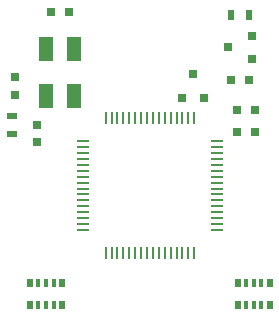
<source format=gbr>
G04 #@! TF.GenerationSoftware,KiCad,Pcbnew,5.1.5*
G04 #@! TF.CreationDate,2020-03-16T00:35:52-04:00*
G04 #@! TF.ProjectId,dot-driver,646f742d-6472-4697-9665-722e6b696361,rev?*
G04 #@! TF.SameCoordinates,Original*
G04 #@! TF.FileFunction,Paste,Bot*
G04 #@! TF.FilePolarity,Positive*
%FSLAX46Y46*%
G04 Gerber Fmt 4.6, Leading zero omitted, Abs format (unit mm)*
G04 Created by KiCad (PCBNEW 5.1.5) date 2020-03-16 00:35:52*
%MOMM*%
%LPD*%
G04 APERTURE LIST*
%ADD10R,0.250000X1.000000*%
%ADD11R,1.000000X0.250000*%
%ADD12R,0.500000X0.900000*%
%ADD13R,1.300000X2.000000*%
%ADD14R,0.800000X0.750000*%
%ADD15R,0.320000X0.800000*%
%ADD16R,0.480000X0.800000*%
%ADD17R,0.800100X0.800100*%
%ADD18R,0.750000X0.800000*%
%ADD19R,0.900000X0.500000*%
G04 APERTURE END LIST*
D10*
X137220000Y-87715000D03*
X137720000Y-87715000D03*
X138220000Y-87715000D03*
X138720000Y-87715000D03*
X139220000Y-87715000D03*
X139720000Y-87715000D03*
X140220000Y-87715000D03*
X140720000Y-87715000D03*
X141220000Y-87715000D03*
X141720000Y-87715000D03*
X142220000Y-87715000D03*
X142720000Y-87715000D03*
X143220000Y-87715000D03*
X143720000Y-87715000D03*
X144220000Y-87715000D03*
X144720000Y-87715000D03*
D11*
X146670000Y-89665000D03*
X146670000Y-90165000D03*
X146670000Y-90665000D03*
X146670000Y-91165000D03*
X146670000Y-91665000D03*
X146670000Y-92165000D03*
X146670000Y-92665000D03*
X146670000Y-93165000D03*
X146670000Y-93665000D03*
X146670000Y-94165000D03*
X146670000Y-94665000D03*
X146670000Y-95165000D03*
X146670000Y-95665000D03*
X146670000Y-96165000D03*
X146670000Y-96665000D03*
X146670000Y-97165000D03*
D10*
X144720000Y-99115000D03*
X144220000Y-99115000D03*
X143720000Y-99115000D03*
X143220000Y-99115000D03*
X142720000Y-99115000D03*
X142220000Y-99115000D03*
X141720000Y-99115000D03*
X141220000Y-99115000D03*
X140720000Y-99115000D03*
X140220000Y-99115000D03*
X139720000Y-99115000D03*
X139220000Y-99115000D03*
X138720000Y-99115000D03*
X138220000Y-99115000D03*
X137720000Y-99115000D03*
X137220000Y-99115000D03*
D11*
X135270000Y-97165000D03*
X135270000Y-96665000D03*
X135270000Y-96165000D03*
X135270000Y-95665000D03*
X135270000Y-95165000D03*
X135270000Y-94665000D03*
X135270000Y-94165000D03*
X135270000Y-93665000D03*
X135270000Y-93165000D03*
X135270000Y-92665000D03*
X135270000Y-92165000D03*
X135270000Y-91665000D03*
X135270000Y-91165000D03*
X135270000Y-90665000D03*
X135270000Y-90165000D03*
X135270000Y-89665000D03*
D12*
X149340000Y-78994000D03*
X147840000Y-78994000D03*
D13*
X132150000Y-85820000D03*
X132150000Y-81820000D03*
X134550000Y-81820000D03*
X134550000Y-85820000D03*
D14*
X148360000Y-86995000D03*
X149860000Y-86995000D03*
D15*
X149770000Y-101705000D03*
D16*
X148410000Y-101705000D03*
D15*
X150410000Y-101705000D03*
D16*
X151130000Y-101705000D03*
D15*
X149130000Y-101705000D03*
X149770000Y-103505000D03*
X149130000Y-103505000D03*
D16*
X148410000Y-103505000D03*
D15*
X150410000Y-103505000D03*
D16*
X151130000Y-103505000D03*
D15*
X132170000Y-101705000D03*
D16*
X130810000Y-101705000D03*
D15*
X132810000Y-101705000D03*
D16*
X133530000Y-101705000D03*
D15*
X131530000Y-101705000D03*
X132170000Y-103505000D03*
X131530000Y-103505000D03*
D16*
X130810000Y-103505000D03*
D15*
X132810000Y-103505000D03*
D16*
X133530000Y-103505000D03*
D17*
X144592000Y-83980020D03*
X143642000Y-85979000D03*
X145542000Y-85979000D03*
X147607020Y-81722000D03*
X149606000Y-82672000D03*
X149606000Y-80772000D03*
D14*
X147840000Y-84455000D03*
X149340000Y-84455000D03*
D18*
X129540000Y-85725000D03*
X129540000Y-84225000D03*
D14*
X132600000Y-78740000D03*
X134100000Y-78740000D03*
D19*
X129286000Y-89027000D03*
X129286000Y-87527000D03*
D18*
X131445000Y-88265000D03*
X131445000Y-89765000D03*
D14*
X149860000Y-88900000D03*
X148360000Y-88900000D03*
M02*

</source>
